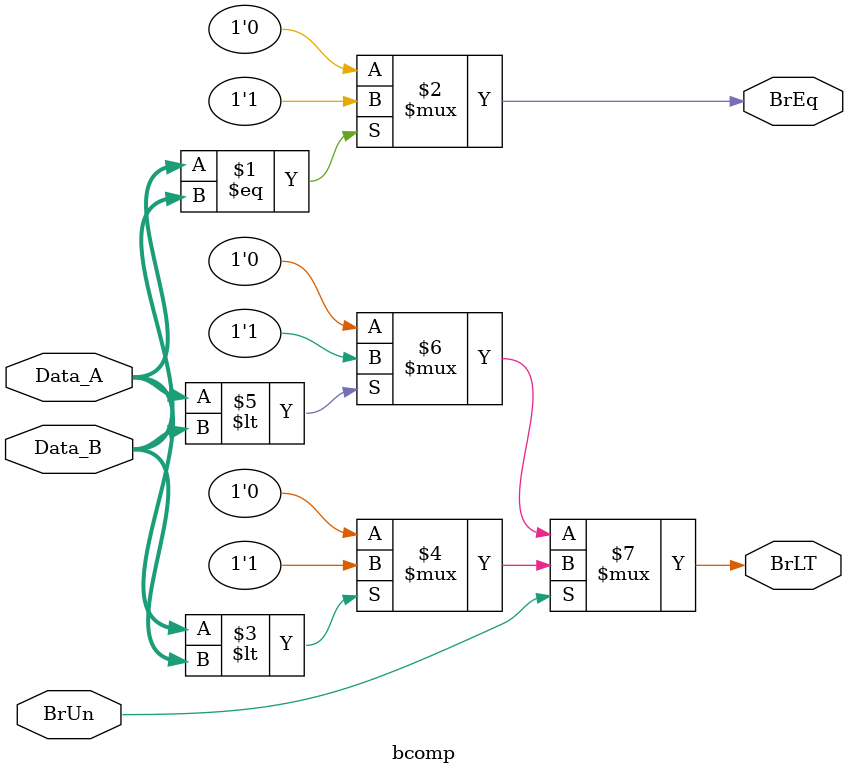
<source format=v>
module bcomp #(parameter WIDTH = 5, AWIDTH = 32, DWIDTH = 32)(
	
	//INPUTS TO THE BRANCH-COMPARATOR
	input [DWIDTH-1:0] Data_A, Data_B,
	input BrUn,
	

	//OUTPUTS FROM THE BRANCH-COMPARATOR
	output BrEq, BrLT

);

	assign BrEq = (Data_A == Data_B) ? 1'b1 : 1'b0;
	assign BrLT = BrUn ? ((Data_A < Data_B) ? 1'b1 : 1'b0) : ($signed($signed(Data_A) < Data_B) ? 1'b1 : 1'b0);

endmodule

</source>
